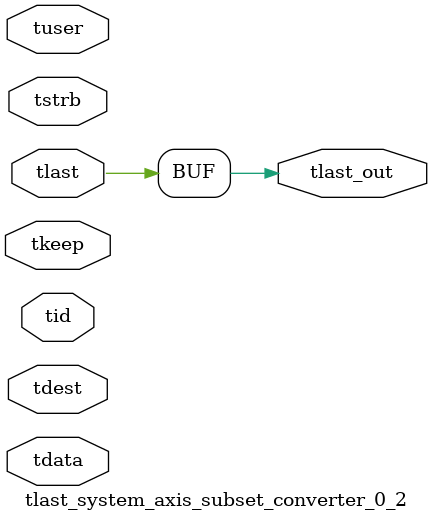
<source format=v>


`timescale 1ps/1ps

module tlast_system_axis_subset_converter_0_2 #
(
parameter C_S_AXIS_TID_WIDTH   = 1,
parameter C_S_AXIS_TUSER_WIDTH = 0,
parameter C_S_AXIS_TDATA_WIDTH = 0,
parameter C_S_AXIS_TDEST_WIDTH = 0
)
(
input  [(C_S_AXIS_TID_WIDTH   == 0 ? 1 : C_S_AXIS_TID_WIDTH)-1:0       ] tid,
input  [(C_S_AXIS_TDATA_WIDTH == 0 ? 1 : C_S_AXIS_TDATA_WIDTH)-1:0     ] tdata,
input  [(C_S_AXIS_TUSER_WIDTH == 0 ? 1 : C_S_AXIS_TUSER_WIDTH)-1:0     ] tuser,
input  [(C_S_AXIS_TDEST_WIDTH == 0 ? 1 : C_S_AXIS_TDEST_WIDTH)-1:0     ] tdest,
input  [(C_S_AXIS_TDATA_WIDTH/8)-1:0 ] tkeep,
input  [(C_S_AXIS_TDATA_WIDTH/8)-1:0 ] tstrb,
input  [0:0]                                                             tlast,
output                                                                   tlast_out
);

assign tlast_out = {tlast[0]};

endmodule


</source>
